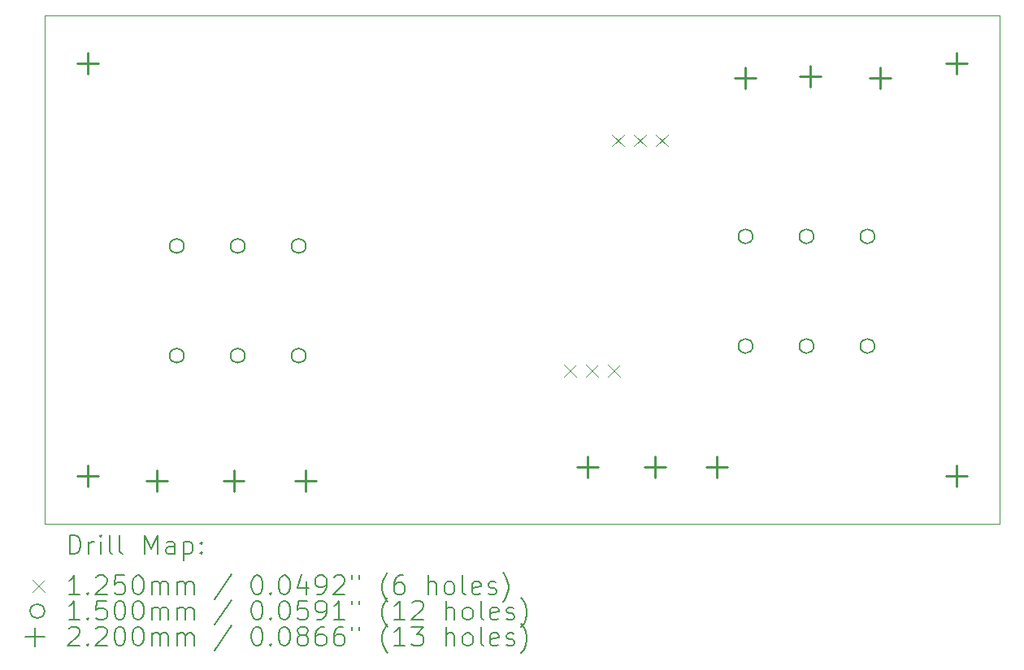
<source format=gbr>
%TF.GenerationSoftware,KiCad,Pcbnew,9.0.1*%
%TF.CreationDate,2025-05-12T16:28:47+02:00*%
%TF.ProjectId,Verst_rker,56657273-74e4-4726-9b65-722e6b696361,1*%
%TF.SameCoordinates,Original*%
%TF.FileFunction,Drillmap*%
%TF.FilePolarity,Positive*%
%FSLAX45Y45*%
G04 Gerber Fmt 4.5, Leading zero omitted, Abs format (unit mm)*
G04 Created by KiCad (PCBNEW 9.0.1) date 2025-05-12 16:28:47*
%MOMM*%
%LPD*%
G01*
G04 APERTURE LIST*
%ADD10C,0.050000*%
%ADD11C,0.200000*%
%ADD12C,0.125000*%
%ADD13C,0.150000*%
%ADD14C,0.220000*%
G04 APERTURE END LIST*
D10*
X3700000Y-5900000D02*
X13650000Y-5900000D01*
X13650000Y-11200000D01*
X3700000Y-11200000D01*
X3700000Y-5900000D01*
D11*
D12*
X9108500Y-9537000D02*
X9233500Y-9662000D01*
X9233500Y-9537000D02*
X9108500Y-9662000D01*
X9337500Y-9537000D02*
X9462500Y-9662000D01*
X9462500Y-9537000D02*
X9337500Y-9662000D01*
X9566500Y-9537000D02*
X9691500Y-9662000D01*
X9691500Y-9537000D02*
X9566500Y-9662000D01*
X9608500Y-7137500D02*
X9733500Y-7262500D01*
X9733500Y-7137500D02*
X9608500Y-7262500D01*
X9837500Y-7137500D02*
X9962500Y-7262500D01*
X9962500Y-7137500D02*
X9837500Y-7262500D01*
X10066500Y-7137500D02*
X10191500Y-7262500D01*
X10191500Y-7137500D02*
X10066500Y-7262500D01*
D13*
X5150000Y-8300000D02*
G75*
G02*
X5000000Y-8300000I-75000J0D01*
G01*
X5000000Y-8300000D02*
G75*
G02*
X5150000Y-8300000I75000J0D01*
G01*
X5150000Y-9443000D02*
G75*
G02*
X5000000Y-9443000I-75000J0D01*
G01*
X5000000Y-9443000D02*
G75*
G02*
X5150000Y-9443000I75000J0D01*
G01*
X5785000Y-8300000D02*
G75*
G02*
X5635000Y-8300000I-75000J0D01*
G01*
X5635000Y-8300000D02*
G75*
G02*
X5785000Y-8300000I75000J0D01*
G01*
X5785000Y-9443000D02*
G75*
G02*
X5635000Y-9443000I-75000J0D01*
G01*
X5635000Y-9443000D02*
G75*
G02*
X5785000Y-9443000I75000J0D01*
G01*
X6420000Y-8300000D02*
G75*
G02*
X6270000Y-8300000I-75000J0D01*
G01*
X6270000Y-8300000D02*
G75*
G02*
X6420000Y-8300000I75000J0D01*
G01*
X6420000Y-9443000D02*
G75*
G02*
X6270000Y-9443000I-75000J0D01*
G01*
X6270000Y-9443000D02*
G75*
G02*
X6420000Y-9443000I75000J0D01*
G01*
X11075000Y-8200000D02*
G75*
G02*
X10925000Y-8200000I-75000J0D01*
G01*
X10925000Y-8200000D02*
G75*
G02*
X11075000Y-8200000I75000J0D01*
G01*
X11075000Y-9343000D02*
G75*
G02*
X10925000Y-9343000I-75000J0D01*
G01*
X10925000Y-9343000D02*
G75*
G02*
X11075000Y-9343000I75000J0D01*
G01*
X11710000Y-8200000D02*
G75*
G02*
X11560000Y-8200000I-75000J0D01*
G01*
X11560000Y-8200000D02*
G75*
G02*
X11710000Y-8200000I75000J0D01*
G01*
X11710000Y-9343000D02*
G75*
G02*
X11560000Y-9343000I-75000J0D01*
G01*
X11560000Y-9343000D02*
G75*
G02*
X11710000Y-9343000I75000J0D01*
G01*
X12345000Y-8200000D02*
G75*
G02*
X12195000Y-8200000I-75000J0D01*
G01*
X12195000Y-8200000D02*
G75*
G02*
X12345000Y-8200000I75000J0D01*
G01*
X12345000Y-9343000D02*
G75*
G02*
X12195000Y-9343000I-75000J0D01*
G01*
X12195000Y-9343000D02*
G75*
G02*
X12345000Y-9343000I75000J0D01*
G01*
D14*
X4150000Y-6290000D02*
X4150000Y-6510000D01*
X4040000Y-6400000D02*
X4260000Y-6400000D01*
X4150000Y-10590000D02*
X4150000Y-10810000D01*
X4040000Y-10700000D02*
X4260000Y-10700000D01*
X4867500Y-10634893D02*
X4867500Y-10854893D01*
X4757500Y-10744893D02*
X4977500Y-10744893D01*
X5667500Y-10634893D02*
X5667500Y-10854893D01*
X5557500Y-10744893D02*
X5777500Y-10744893D01*
X6417500Y-10634893D02*
X6417500Y-10854893D01*
X6307500Y-10744893D02*
X6527500Y-10744893D01*
X9358000Y-10490000D02*
X9358000Y-10710000D01*
X9248000Y-10600000D02*
X9468000Y-10600000D01*
X10058000Y-10490000D02*
X10058000Y-10710000D01*
X9948000Y-10600000D02*
X10168000Y-10600000D01*
X10700000Y-10490000D02*
X10700000Y-10710000D01*
X10590000Y-10600000D02*
X10810000Y-10600000D01*
X11000000Y-6440000D02*
X11000000Y-6660000D01*
X10890000Y-6550000D02*
X11110000Y-6550000D01*
X11677500Y-6417500D02*
X11677500Y-6637500D01*
X11567500Y-6527500D02*
X11787500Y-6527500D01*
X12400000Y-6440000D02*
X12400000Y-6660000D01*
X12290000Y-6550000D02*
X12510000Y-6550000D01*
X13200000Y-6290000D02*
X13200000Y-6510000D01*
X13090000Y-6400000D02*
X13310000Y-6400000D01*
X13200000Y-10590000D02*
X13200000Y-10810000D01*
X13090000Y-10700000D02*
X13310000Y-10700000D01*
D11*
X3958277Y-11513984D02*
X3958277Y-11313984D01*
X3958277Y-11313984D02*
X4005896Y-11313984D01*
X4005896Y-11313984D02*
X4034467Y-11323508D01*
X4034467Y-11323508D02*
X4053515Y-11342555D01*
X4053515Y-11342555D02*
X4063039Y-11361603D01*
X4063039Y-11361603D02*
X4072562Y-11399698D01*
X4072562Y-11399698D02*
X4072562Y-11428269D01*
X4072562Y-11428269D02*
X4063039Y-11466365D01*
X4063039Y-11466365D02*
X4053515Y-11485412D01*
X4053515Y-11485412D02*
X4034467Y-11504460D01*
X4034467Y-11504460D02*
X4005896Y-11513984D01*
X4005896Y-11513984D02*
X3958277Y-11513984D01*
X4158277Y-11513984D02*
X4158277Y-11380650D01*
X4158277Y-11418746D02*
X4167801Y-11399698D01*
X4167801Y-11399698D02*
X4177324Y-11390174D01*
X4177324Y-11390174D02*
X4196372Y-11380650D01*
X4196372Y-11380650D02*
X4215420Y-11380650D01*
X4282086Y-11513984D02*
X4282086Y-11380650D01*
X4282086Y-11313984D02*
X4272563Y-11323508D01*
X4272563Y-11323508D02*
X4282086Y-11333031D01*
X4282086Y-11333031D02*
X4291610Y-11323508D01*
X4291610Y-11323508D02*
X4282086Y-11313984D01*
X4282086Y-11313984D02*
X4282086Y-11333031D01*
X4405896Y-11513984D02*
X4386848Y-11504460D01*
X4386848Y-11504460D02*
X4377324Y-11485412D01*
X4377324Y-11485412D02*
X4377324Y-11313984D01*
X4510658Y-11513984D02*
X4491610Y-11504460D01*
X4491610Y-11504460D02*
X4482086Y-11485412D01*
X4482086Y-11485412D02*
X4482086Y-11313984D01*
X4739229Y-11513984D02*
X4739229Y-11313984D01*
X4739229Y-11313984D02*
X4805896Y-11456841D01*
X4805896Y-11456841D02*
X4872563Y-11313984D01*
X4872563Y-11313984D02*
X4872563Y-11513984D01*
X5053515Y-11513984D02*
X5053515Y-11409222D01*
X5053515Y-11409222D02*
X5043991Y-11390174D01*
X5043991Y-11390174D02*
X5024944Y-11380650D01*
X5024944Y-11380650D02*
X4986848Y-11380650D01*
X4986848Y-11380650D02*
X4967801Y-11390174D01*
X5053515Y-11504460D02*
X5034467Y-11513984D01*
X5034467Y-11513984D02*
X4986848Y-11513984D01*
X4986848Y-11513984D02*
X4967801Y-11504460D01*
X4967801Y-11504460D02*
X4958277Y-11485412D01*
X4958277Y-11485412D02*
X4958277Y-11466365D01*
X4958277Y-11466365D02*
X4967801Y-11447317D01*
X4967801Y-11447317D02*
X4986848Y-11437793D01*
X4986848Y-11437793D02*
X5034467Y-11437793D01*
X5034467Y-11437793D02*
X5053515Y-11428269D01*
X5148753Y-11380650D02*
X5148753Y-11580650D01*
X5148753Y-11390174D02*
X5167801Y-11380650D01*
X5167801Y-11380650D02*
X5205896Y-11380650D01*
X5205896Y-11380650D02*
X5224944Y-11390174D01*
X5224944Y-11390174D02*
X5234467Y-11399698D01*
X5234467Y-11399698D02*
X5243991Y-11418746D01*
X5243991Y-11418746D02*
X5243991Y-11475888D01*
X5243991Y-11475888D02*
X5234467Y-11494936D01*
X5234467Y-11494936D02*
X5224944Y-11504460D01*
X5224944Y-11504460D02*
X5205896Y-11513984D01*
X5205896Y-11513984D02*
X5167801Y-11513984D01*
X5167801Y-11513984D02*
X5148753Y-11504460D01*
X5329705Y-11494936D02*
X5339229Y-11504460D01*
X5339229Y-11504460D02*
X5329705Y-11513984D01*
X5329705Y-11513984D02*
X5320182Y-11504460D01*
X5320182Y-11504460D02*
X5329705Y-11494936D01*
X5329705Y-11494936D02*
X5329705Y-11513984D01*
X5329705Y-11390174D02*
X5339229Y-11399698D01*
X5339229Y-11399698D02*
X5329705Y-11409222D01*
X5329705Y-11409222D02*
X5320182Y-11399698D01*
X5320182Y-11399698D02*
X5329705Y-11390174D01*
X5329705Y-11390174D02*
X5329705Y-11409222D01*
D12*
X3572500Y-11780000D02*
X3697500Y-11905000D01*
X3697500Y-11780000D02*
X3572500Y-11905000D01*
D11*
X4063039Y-11933984D02*
X3948753Y-11933984D01*
X4005896Y-11933984D02*
X4005896Y-11733984D01*
X4005896Y-11733984D02*
X3986848Y-11762555D01*
X3986848Y-11762555D02*
X3967801Y-11781603D01*
X3967801Y-11781603D02*
X3948753Y-11791127D01*
X4148753Y-11914936D02*
X4158277Y-11924460D01*
X4158277Y-11924460D02*
X4148753Y-11933984D01*
X4148753Y-11933984D02*
X4139229Y-11924460D01*
X4139229Y-11924460D02*
X4148753Y-11914936D01*
X4148753Y-11914936D02*
X4148753Y-11933984D01*
X4234467Y-11753031D02*
X4243991Y-11743508D01*
X4243991Y-11743508D02*
X4263039Y-11733984D01*
X4263039Y-11733984D02*
X4310658Y-11733984D01*
X4310658Y-11733984D02*
X4329705Y-11743508D01*
X4329705Y-11743508D02*
X4339229Y-11753031D01*
X4339229Y-11753031D02*
X4348753Y-11772079D01*
X4348753Y-11772079D02*
X4348753Y-11791127D01*
X4348753Y-11791127D02*
X4339229Y-11819698D01*
X4339229Y-11819698D02*
X4224944Y-11933984D01*
X4224944Y-11933984D02*
X4348753Y-11933984D01*
X4529705Y-11733984D02*
X4434467Y-11733984D01*
X4434467Y-11733984D02*
X4424944Y-11829222D01*
X4424944Y-11829222D02*
X4434467Y-11819698D01*
X4434467Y-11819698D02*
X4453515Y-11810174D01*
X4453515Y-11810174D02*
X4501134Y-11810174D01*
X4501134Y-11810174D02*
X4520182Y-11819698D01*
X4520182Y-11819698D02*
X4529705Y-11829222D01*
X4529705Y-11829222D02*
X4539229Y-11848269D01*
X4539229Y-11848269D02*
X4539229Y-11895888D01*
X4539229Y-11895888D02*
X4529705Y-11914936D01*
X4529705Y-11914936D02*
X4520182Y-11924460D01*
X4520182Y-11924460D02*
X4501134Y-11933984D01*
X4501134Y-11933984D02*
X4453515Y-11933984D01*
X4453515Y-11933984D02*
X4434467Y-11924460D01*
X4434467Y-11924460D02*
X4424944Y-11914936D01*
X4663039Y-11733984D02*
X4682086Y-11733984D01*
X4682086Y-11733984D02*
X4701134Y-11743508D01*
X4701134Y-11743508D02*
X4710658Y-11753031D01*
X4710658Y-11753031D02*
X4720182Y-11772079D01*
X4720182Y-11772079D02*
X4729705Y-11810174D01*
X4729705Y-11810174D02*
X4729705Y-11857793D01*
X4729705Y-11857793D02*
X4720182Y-11895888D01*
X4720182Y-11895888D02*
X4710658Y-11914936D01*
X4710658Y-11914936D02*
X4701134Y-11924460D01*
X4701134Y-11924460D02*
X4682086Y-11933984D01*
X4682086Y-11933984D02*
X4663039Y-11933984D01*
X4663039Y-11933984D02*
X4643991Y-11924460D01*
X4643991Y-11924460D02*
X4634467Y-11914936D01*
X4634467Y-11914936D02*
X4624944Y-11895888D01*
X4624944Y-11895888D02*
X4615420Y-11857793D01*
X4615420Y-11857793D02*
X4615420Y-11810174D01*
X4615420Y-11810174D02*
X4624944Y-11772079D01*
X4624944Y-11772079D02*
X4634467Y-11753031D01*
X4634467Y-11753031D02*
X4643991Y-11743508D01*
X4643991Y-11743508D02*
X4663039Y-11733984D01*
X4815420Y-11933984D02*
X4815420Y-11800650D01*
X4815420Y-11819698D02*
X4824944Y-11810174D01*
X4824944Y-11810174D02*
X4843991Y-11800650D01*
X4843991Y-11800650D02*
X4872563Y-11800650D01*
X4872563Y-11800650D02*
X4891610Y-11810174D01*
X4891610Y-11810174D02*
X4901134Y-11829222D01*
X4901134Y-11829222D02*
X4901134Y-11933984D01*
X4901134Y-11829222D02*
X4910658Y-11810174D01*
X4910658Y-11810174D02*
X4929705Y-11800650D01*
X4929705Y-11800650D02*
X4958277Y-11800650D01*
X4958277Y-11800650D02*
X4977325Y-11810174D01*
X4977325Y-11810174D02*
X4986848Y-11829222D01*
X4986848Y-11829222D02*
X4986848Y-11933984D01*
X5082086Y-11933984D02*
X5082086Y-11800650D01*
X5082086Y-11819698D02*
X5091610Y-11810174D01*
X5091610Y-11810174D02*
X5110658Y-11800650D01*
X5110658Y-11800650D02*
X5139229Y-11800650D01*
X5139229Y-11800650D02*
X5158277Y-11810174D01*
X5158277Y-11810174D02*
X5167801Y-11829222D01*
X5167801Y-11829222D02*
X5167801Y-11933984D01*
X5167801Y-11829222D02*
X5177325Y-11810174D01*
X5177325Y-11810174D02*
X5196372Y-11800650D01*
X5196372Y-11800650D02*
X5224944Y-11800650D01*
X5224944Y-11800650D02*
X5243991Y-11810174D01*
X5243991Y-11810174D02*
X5253515Y-11829222D01*
X5253515Y-11829222D02*
X5253515Y-11933984D01*
X5643991Y-11724460D02*
X5472563Y-11981603D01*
X5901134Y-11733984D02*
X5920182Y-11733984D01*
X5920182Y-11733984D02*
X5939229Y-11743508D01*
X5939229Y-11743508D02*
X5948753Y-11753031D01*
X5948753Y-11753031D02*
X5958277Y-11772079D01*
X5958277Y-11772079D02*
X5967801Y-11810174D01*
X5967801Y-11810174D02*
X5967801Y-11857793D01*
X5967801Y-11857793D02*
X5958277Y-11895888D01*
X5958277Y-11895888D02*
X5948753Y-11914936D01*
X5948753Y-11914936D02*
X5939229Y-11924460D01*
X5939229Y-11924460D02*
X5920182Y-11933984D01*
X5920182Y-11933984D02*
X5901134Y-11933984D01*
X5901134Y-11933984D02*
X5882086Y-11924460D01*
X5882086Y-11924460D02*
X5872563Y-11914936D01*
X5872563Y-11914936D02*
X5863039Y-11895888D01*
X5863039Y-11895888D02*
X5853515Y-11857793D01*
X5853515Y-11857793D02*
X5853515Y-11810174D01*
X5853515Y-11810174D02*
X5863039Y-11772079D01*
X5863039Y-11772079D02*
X5872563Y-11753031D01*
X5872563Y-11753031D02*
X5882086Y-11743508D01*
X5882086Y-11743508D02*
X5901134Y-11733984D01*
X6053515Y-11914936D02*
X6063039Y-11924460D01*
X6063039Y-11924460D02*
X6053515Y-11933984D01*
X6053515Y-11933984D02*
X6043991Y-11924460D01*
X6043991Y-11924460D02*
X6053515Y-11914936D01*
X6053515Y-11914936D02*
X6053515Y-11933984D01*
X6186848Y-11733984D02*
X6205896Y-11733984D01*
X6205896Y-11733984D02*
X6224944Y-11743508D01*
X6224944Y-11743508D02*
X6234467Y-11753031D01*
X6234467Y-11753031D02*
X6243991Y-11772079D01*
X6243991Y-11772079D02*
X6253515Y-11810174D01*
X6253515Y-11810174D02*
X6253515Y-11857793D01*
X6253515Y-11857793D02*
X6243991Y-11895888D01*
X6243991Y-11895888D02*
X6234467Y-11914936D01*
X6234467Y-11914936D02*
X6224944Y-11924460D01*
X6224944Y-11924460D02*
X6205896Y-11933984D01*
X6205896Y-11933984D02*
X6186848Y-11933984D01*
X6186848Y-11933984D02*
X6167801Y-11924460D01*
X6167801Y-11924460D02*
X6158277Y-11914936D01*
X6158277Y-11914936D02*
X6148753Y-11895888D01*
X6148753Y-11895888D02*
X6139229Y-11857793D01*
X6139229Y-11857793D02*
X6139229Y-11810174D01*
X6139229Y-11810174D02*
X6148753Y-11772079D01*
X6148753Y-11772079D02*
X6158277Y-11753031D01*
X6158277Y-11753031D02*
X6167801Y-11743508D01*
X6167801Y-11743508D02*
X6186848Y-11733984D01*
X6424944Y-11800650D02*
X6424944Y-11933984D01*
X6377325Y-11724460D02*
X6329706Y-11867317D01*
X6329706Y-11867317D02*
X6453515Y-11867317D01*
X6539229Y-11933984D02*
X6577325Y-11933984D01*
X6577325Y-11933984D02*
X6596372Y-11924460D01*
X6596372Y-11924460D02*
X6605896Y-11914936D01*
X6605896Y-11914936D02*
X6624944Y-11886365D01*
X6624944Y-11886365D02*
X6634467Y-11848269D01*
X6634467Y-11848269D02*
X6634467Y-11772079D01*
X6634467Y-11772079D02*
X6624944Y-11753031D01*
X6624944Y-11753031D02*
X6615420Y-11743508D01*
X6615420Y-11743508D02*
X6596372Y-11733984D01*
X6596372Y-11733984D02*
X6558277Y-11733984D01*
X6558277Y-11733984D02*
X6539229Y-11743508D01*
X6539229Y-11743508D02*
X6529706Y-11753031D01*
X6529706Y-11753031D02*
X6520182Y-11772079D01*
X6520182Y-11772079D02*
X6520182Y-11819698D01*
X6520182Y-11819698D02*
X6529706Y-11838746D01*
X6529706Y-11838746D02*
X6539229Y-11848269D01*
X6539229Y-11848269D02*
X6558277Y-11857793D01*
X6558277Y-11857793D02*
X6596372Y-11857793D01*
X6596372Y-11857793D02*
X6615420Y-11848269D01*
X6615420Y-11848269D02*
X6624944Y-11838746D01*
X6624944Y-11838746D02*
X6634467Y-11819698D01*
X6710658Y-11753031D02*
X6720182Y-11743508D01*
X6720182Y-11743508D02*
X6739229Y-11733984D01*
X6739229Y-11733984D02*
X6786848Y-11733984D01*
X6786848Y-11733984D02*
X6805896Y-11743508D01*
X6805896Y-11743508D02*
X6815420Y-11753031D01*
X6815420Y-11753031D02*
X6824944Y-11772079D01*
X6824944Y-11772079D02*
X6824944Y-11791127D01*
X6824944Y-11791127D02*
X6815420Y-11819698D01*
X6815420Y-11819698D02*
X6701134Y-11933984D01*
X6701134Y-11933984D02*
X6824944Y-11933984D01*
X6901134Y-11733984D02*
X6901134Y-11772079D01*
X6977325Y-11733984D02*
X6977325Y-11772079D01*
X7272563Y-12010174D02*
X7263039Y-12000650D01*
X7263039Y-12000650D02*
X7243991Y-11972079D01*
X7243991Y-11972079D02*
X7234468Y-11953031D01*
X7234468Y-11953031D02*
X7224944Y-11924460D01*
X7224944Y-11924460D02*
X7215420Y-11876841D01*
X7215420Y-11876841D02*
X7215420Y-11838746D01*
X7215420Y-11838746D02*
X7224944Y-11791127D01*
X7224944Y-11791127D02*
X7234468Y-11762555D01*
X7234468Y-11762555D02*
X7243991Y-11743508D01*
X7243991Y-11743508D02*
X7263039Y-11714936D01*
X7263039Y-11714936D02*
X7272563Y-11705412D01*
X7434468Y-11733984D02*
X7396372Y-11733984D01*
X7396372Y-11733984D02*
X7377325Y-11743508D01*
X7377325Y-11743508D02*
X7367801Y-11753031D01*
X7367801Y-11753031D02*
X7348753Y-11781603D01*
X7348753Y-11781603D02*
X7339229Y-11819698D01*
X7339229Y-11819698D02*
X7339229Y-11895888D01*
X7339229Y-11895888D02*
X7348753Y-11914936D01*
X7348753Y-11914936D02*
X7358277Y-11924460D01*
X7358277Y-11924460D02*
X7377325Y-11933984D01*
X7377325Y-11933984D02*
X7415420Y-11933984D01*
X7415420Y-11933984D02*
X7434468Y-11924460D01*
X7434468Y-11924460D02*
X7443991Y-11914936D01*
X7443991Y-11914936D02*
X7453515Y-11895888D01*
X7453515Y-11895888D02*
X7453515Y-11848269D01*
X7453515Y-11848269D02*
X7443991Y-11829222D01*
X7443991Y-11829222D02*
X7434468Y-11819698D01*
X7434468Y-11819698D02*
X7415420Y-11810174D01*
X7415420Y-11810174D02*
X7377325Y-11810174D01*
X7377325Y-11810174D02*
X7358277Y-11819698D01*
X7358277Y-11819698D02*
X7348753Y-11829222D01*
X7348753Y-11829222D02*
X7339229Y-11848269D01*
X7691610Y-11933984D02*
X7691610Y-11733984D01*
X7777325Y-11933984D02*
X7777325Y-11829222D01*
X7777325Y-11829222D02*
X7767801Y-11810174D01*
X7767801Y-11810174D02*
X7748753Y-11800650D01*
X7748753Y-11800650D02*
X7720182Y-11800650D01*
X7720182Y-11800650D02*
X7701134Y-11810174D01*
X7701134Y-11810174D02*
X7691610Y-11819698D01*
X7901134Y-11933984D02*
X7882087Y-11924460D01*
X7882087Y-11924460D02*
X7872563Y-11914936D01*
X7872563Y-11914936D02*
X7863039Y-11895888D01*
X7863039Y-11895888D02*
X7863039Y-11838746D01*
X7863039Y-11838746D02*
X7872563Y-11819698D01*
X7872563Y-11819698D02*
X7882087Y-11810174D01*
X7882087Y-11810174D02*
X7901134Y-11800650D01*
X7901134Y-11800650D02*
X7929706Y-11800650D01*
X7929706Y-11800650D02*
X7948753Y-11810174D01*
X7948753Y-11810174D02*
X7958277Y-11819698D01*
X7958277Y-11819698D02*
X7967801Y-11838746D01*
X7967801Y-11838746D02*
X7967801Y-11895888D01*
X7967801Y-11895888D02*
X7958277Y-11914936D01*
X7958277Y-11914936D02*
X7948753Y-11924460D01*
X7948753Y-11924460D02*
X7929706Y-11933984D01*
X7929706Y-11933984D02*
X7901134Y-11933984D01*
X8082087Y-11933984D02*
X8063039Y-11924460D01*
X8063039Y-11924460D02*
X8053515Y-11905412D01*
X8053515Y-11905412D02*
X8053515Y-11733984D01*
X8234468Y-11924460D02*
X8215420Y-11933984D01*
X8215420Y-11933984D02*
X8177325Y-11933984D01*
X8177325Y-11933984D02*
X8158277Y-11924460D01*
X8158277Y-11924460D02*
X8148753Y-11905412D01*
X8148753Y-11905412D02*
X8148753Y-11829222D01*
X8148753Y-11829222D02*
X8158277Y-11810174D01*
X8158277Y-11810174D02*
X8177325Y-11800650D01*
X8177325Y-11800650D02*
X8215420Y-11800650D01*
X8215420Y-11800650D02*
X8234468Y-11810174D01*
X8234468Y-11810174D02*
X8243991Y-11829222D01*
X8243991Y-11829222D02*
X8243991Y-11848269D01*
X8243991Y-11848269D02*
X8148753Y-11867317D01*
X8320182Y-11924460D02*
X8339230Y-11933984D01*
X8339230Y-11933984D02*
X8377325Y-11933984D01*
X8377325Y-11933984D02*
X8396373Y-11924460D01*
X8396373Y-11924460D02*
X8405896Y-11905412D01*
X8405896Y-11905412D02*
X8405896Y-11895888D01*
X8405896Y-11895888D02*
X8396373Y-11876841D01*
X8396373Y-11876841D02*
X8377325Y-11867317D01*
X8377325Y-11867317D02*
X8348753Y-11867317D01*
X8348753Y-11867317D02*
X8329706Y-11857793D01*
X8329706Y-11857793D02*
X8320182Y-11838746D01*
X8320182Y-11838746D02*
X8320182Y-11829222D01*
X8320182Y-11829222D02*
X8329706Y-11810174D01*
X8329706Y-11810174D02*
X8348753Y-11800650D01*
X8348753Y-11800650D02*
X8377325Y-11800650D01*
X8377325Y-11800650D02*
X8396373Y-11810174D01*
X8472563Y-12010174D02*
X8482087Y-12000650D01*
X8482087Y-12000650D02*
X8501134Y-11972079D01*
X8501134Y-11972079D02*
X8510658Y-11953031D01*
X8510658Y-11953031D02*
X8520182Y-11924460D01*
X8520182Y-11924460D02*
X8529706Y-11876841D01*
X8529706Y-11876841D02*
X8529706Y-11838746D01*
X8529706Y-11838746D02*
X8520182Y-11791127D01*
X8520182Y-11791127D02*
X8510658Y-11762555D01*
X8510658Y-11762555D02*
X8501134Y-11743508D01*
X8501134Y-11743508D02*
X8482087Y-11714936D01*
X8482087Y-11714936D02*
X8472563Y-11705412D01*
D13*
X3697500Y-12106500D02*
G75*
G02*
X3547500Y-12106500I-75000J0D01*
G01*
X3547500Y-12106500D02*
G75*
G02*
X3697500Y-12106500I75000J0D01*
G01*
D11*
X4063039Y-12197984D02*
X3948753Y-12197984D01*
X4005896Y-12197984D02*
X4005896Y-11997984D01*
X4005896Y-11997984D02*
X3986848Y-12026555D01*
X3986848Y-12026555D02*
X3967801Y-12045603D01*
X3967801Y-12045603D02*
X3948753Y-12055127D01*
X4148753Y-12178936D02*
X4158277Y-12188460D01*
X4158277Y-12188460D02*
X4148753Y-12197984D01*
X4148753Y-12197984D02*
X4139229Y-12188460D01*
X4139229Y-12188460D02*
X4148753Y-12178936D01*
X4148753Y-12178936D02*
X4148753Y-12197984D01*
X4339229Y-11997984D02*
X4243991Y-11997984D01*
X4243991Y-11997984D02*
X4234467Y-12093222D01*
X4234467Y-12093222D02*
X4243991Y-12083698D01*
X4243991Y-12083698D02*
X4263039Y-12074174D01*
X4263039Y-12074174D02*
X4310658Y-12074174D01*
X4310658Y-12074174D02*
X4329705Y-12083698D01*
X4329705Y-12083698D02*
X4339229Y-12093222D01*
X4339229Y-12093222D02*
X4348753Y-12112269D01*
X4348753Y-12112269D02*
X4348753Y-12159888D01*
X4348753Y-12159888D02*
X4339229Y-12178936D01*
X4339229Y-12178936D02*
X4329705Y-12188460D01*
X4329705Y-12188460D02*
X4310658Y-12197984D01*
X4310658Y-12197984D02*
X4263039Y-12197984D01*
X4263039Y-12197984D02*
X4243991Y-12188460D01*
X4243991Y-12188460D02*
X4234467Y-12178936D01*
X4472563Y-11997984D02*
X4491610Y-11997984D01*
X4491610Y-11997984D02*
X4510658Y-12007508D01*
X4510658Y-12007508D02*
X4520182Y-12017031D01*
X4520182Y-12017031D02*
X4529705Y-12036079D01*
X4529705Y-12036079D02*
X4539229Y-12074174D01*
X4539229Y-12074174D02*
X4539229Y-12121793D01*
X4539229Y-12121793D02*
X4529705Y-12159888D01*
X4529705Y-12159888D02*
X4520182Y-12178936D01*
X4520182Y-12178936D02*
X4510658Y-12188460D01*
X4510658Y-12188460D02*
X4491610Y-12197984D01*
X4491610Y-12197984D02*
X4472563Y-12197984D01*
X4472563Y-12197984D02*
X4453515Y-12188460D01*
X4453515Y-12188460D02*
X4443991Y-12178936D01*
X4443991Y-12178936D02*
X4434467Y-12159888D01*
X4434467Y-12159888D02*
X4424944Y-12121793D01*
X4424944Y-12121793D02*
X4424944Y-12074174D01*
X4424944Y-12074174D02*
X4434467Y-12036079D01*
X4434467Y-12036079D02*
X4443991Y-12017031D01*
X4443991Y-12017031D02*
X4453515Y-12007508D01*
X4453515Y-12007508D02*
X4472563Y-11997984D01*
X4663039Y-11997984D02*
X4682086Y-11997984D01*
X4682086Y-11997984D02*
X4701134Y-12007508D01*
X4701134Y-12007508D02*
X4710658Y-12017031D01*
X4710658Y-12017031D02*
X4720182Y-12036079D01*
X4720182Y-12036079D02*
X4729705Y-12074174D01*
X4729705Y-12074174D02*
X4729705Y-12121793D01*
X4729705Y-12121793D02*
X4720182Y-12159888D01*
X4720182Y-12159888D02*
X4710658Y-12178936D01*
X4710658Y-12178936D02*
X4701134Y-12188460D01*
X4701134Y-12188460D02*
X4682086Y-12197984D01*
X4682086Y-12197984D02*
X4663039Y-12197984D01*
X4663039Y-12197984D02*
X4643991Y-12188460D01*
X4643991Y-12188460D02*
X4634467Y-12178936D01*
X4634467Y-12178936D02*
X4624944Y-12159888D01*
X4624944Y-12159888D02*
X4615420Y-12121793D01*
X4615420Y-12121793D02*
X4615420Y-12074174D01*
X4615420Y-12074174D02*
X4624944Y-12036079D01*
X4624944Y-12036079D02*
X4634467Y-12017031D01*
X4634467Y-12017031D02*
X4643991Y-12007508D01*
X4643991Y-12007508D02*
X4663039Y-11997984D01*
X4815420Y-12197984D02*
X4815420Y-12064650D01*
X4815420Y-12083698D02*
X4824944Y-12074174D01*
X4824944Y-12074174D02*
X4843991Y-12064650D01*
X4843991Y-12064650D02*
X4872563Y-12064650D01*
X4872563Y-12064650D02*
X4891610Y-12074174D01*
X4891610Y-12074174D02*
X4901134Y-12093222D01*
X4901134Y-12093222D02*
X4901134Y-12197984D01*
X4901134Y-12093222D02*
X4910658Y-12074174D01*
X4910658Y-12074174D02*
X4929705Y-12064650D01*
X4929705Y-12064650D02*
X4958277Y-12064650D01*
X4958277Y-12064650D02*
X4977325Y-12074174D01*
X4977325Y-12074174D02*
X4986848Y-12093222D01*
X4986848Y-12093222D02*
X4986848Y-12197984D01*
X5082086Y-12197984D02*
X5082086Y-12064650D01*
X5082086Y-12083698D02*
X5091610Y-12074174D01*
X5091610Y-12074174D02*
X5110658Y-12064650D01*
X5110658Y-12064650D02*
X5139229Y-12064650D01*
X5139229Y-12064650D02*
X5158277Y-12074174D01*
X5158277Y-12074174D02*
X5167801Y-12093222D01*
X5167801Y-12093222D02*
X5167801Y-12197984D01*
X5167801Y-12093222D02*
X5177325Y-12074174D01*
X5177325Y-12074174D02*
X5196372Y-12064650D01*
X5196372Y-12064650D02*
X5224944Y-12064650D01*
X5224944Y-12064650D02*
X5243991Y-12074174D01*
X5243991Y-12074174D02*
X5253515Y-12093222D01*
X5253515Y-12093222D02*
X5253515Y-12197984D01*
X5643991Y-11988460D02*
X5472563Y-12245603D01*
X5901134Y-11997984D02*
X5920182Y-11997984D01*
X5920182Y-11997984D02*
X5939229Y-12007508D01*
X5939229Y-12007508D02*
X5948753Y-12017031D01*
X5948753Y-12017031D02*
X5958277Y-12036079D01*
X5958277Y-12036079D02*
X5967801Y-12074174D01*
X5967801Y-12074174D02*
X5967801Y-12121793D01*
X5967801Y-12121793D02*
X5958277Y-12159888D01*
X5958277Y-12159888D02*
X5948753Y-12178936D01*
X5948753Y-12178936D02*
X5939229Y-12188460D01*
X5939229Y-12188460D02*
X5920182Y-12197984D01*
X5920182Y-12197984D02*
X5901134Y-12197984D01*
X5901134Y-12197984D02*
X5882086Y-12188460D01*
X5882086Y-12188460D02*
X5872563Y-12178936D01*
X5872563Y-12178936D02*
X5863039Y-12159888D01*
X5863039Y-12159888D02*
X5853515Y-12121793D01*
X5853515Y-12121793D02*
X5853515Y-12074174D01*
X5853515Y-12074174D02*
X5863039Y-12036079D01*
X5863039Y-12036079D02*
X5872563Y-12017031D01*
X5872563Y-12017031D02*
X5882086Y-12007508D01*
X5882086Y-12007508D02*
X5901134Y-11997984D01*
X6053515Y-12178936D02*
X6063039Y-12188460D01*
X6063039Y-12188460D02*
X6053515Y-12197984D01*
X6053515Y-12197984D02*
X6043991Y-12188460D01*
X6043991Y-12188460D02*
X6053515Y-12178936D01*
X6053515Y-12178936D02*
X6053515Y-12197984D01*
X6186848Y-11997984D02*
X6205896Y-11997984D01*
X6205896Y-11997984D02*
X6224944Y-12007508D01*
X6224944Y-12007508D02*
X6234467Y-12017031D01*
X6234467Y-12017031D02*
X6243991Y-12036079D01*
X6243991Y-12036079D02*
X6253515Y-12074174D01*
X6253515Y-12074174D02*
X6253515Y-12121793D01*
X6253515Y-12121793D02*
X6243991Y-12159888D01*
X6243991Y-12159888D02*
X6234467Y-12178936D01*
X6234467Y-12178936D02*
X6224944Y-12188460D01*
X6224944Y-12188460D02*
X6205896Y-12197984D01*
X6205896Y-12197984D02*
X6186848Y-12197984D01*
X6186848Y-12197984D02*
X6167801Y-12188460D01*
X6167801Y-12188460D02*
X6158277Y-12178936D01*
X6158277Y-12178936D02*
X6148753Y-12159888D01*
X6148753Y-12159888D02*
X6139229Y-12121793D01*
X6139229Y-12121793D02*
X6139229Y-12074174D01*
X6139229Y-12074174D02*
X6148753Y-12036079D01*
X6148753Y-12036079D02*
X6158277Y-12017031D01*
X6158277Y-12017031D02*
X6167801Y-12007508D01*
X6167801Y-12007508D02*
X6186848Y-11997984D01*
X6434467Y-11997984D02*
X6339229Y-11997984D01*
X6339229Y-11997984D02*
X6329706Y-12093222D01*
X6329706Y-12093222D02*
X6339229Y-12083698D01*
X6339229Y-12083698D02*
X6358277Y-12074174D01*
X6358277Y-12074174D02*
X6405896Y-12074174D01*
X6405896Y-12074174D02*
X6424944Y-12083698D01*
X6424944Y-12083698D02*
X6434467Y-12093222D01*
X6434467Y-12093222D02*
X6443991Y-12112269D01*
X6443991Y-12112269D02*
X6443991Y-12159888D01*
X6443991Y-12159888D02*
X6434467Y-12178936D01*
X6434467Y-12178936D02*
X6424944Y-12188460D01*
X6424944Y-12188460D02*
X6405896Y-12197984D01*
X6405896Y-12197984D02*
X6358277Y-12197984D01*
X6358277Y-12197984D02*
X6339229Y-12188460D01*
X6339229Y-12188460D02*
X6329706Y-12178936D01*
X6539229Y-12197984D02*
X6577325Y-12197984D01*
X6577325Y-12197984D02*
X6596372Y-12188460D01*
X6596372Y-12188460D02*
X6605896Y-12178936D01*
X6605896Y-12178936D02*
X6624944Y-12150365D01*
X6624944Y-12150365D02*
X6634467Y-12112269D01*
X6634467Y-12112269D02*
X6634467Y-12036079D01*
X6634467Y-12036079D02*
X6624944Y-12017031D01*
X6624944Y-12017031D02*
X6615420Y-12007508D01*
X6615420Y-12007508D02*
X6596372Y-11997984D01*
X6596372Y-11997984D02*
X6558277Y-11997984D01*
X6558277Y-11997984D02*
X6539229Y-12007508D01*
X6539229Y-12007508D02*
X6529706Y-12017031D01*
X6529706Y-12017031D02*
X6520182Y-12036079D01*
X6520182Y-12036079D02*
X6520182Y-12083698D01*
X6520182Y-12083698D02*
X6529706Y-12102746D01*
X6529706Y-12102746D02*
X6539229Y-12112269D01*
X6539229Y-12112269D02*
X6558277Y-12121793D01*
X6558277Y-12121793D02*
X6596372Y-12121793D01*
X6596372Y-12121793D02*
X6615420Y-12112269D01*
X6615420Y-12112269D02*
X6624944Y-12102746D01*
X6624944Y-12102746D02*
X6634467Y-12083698D01*
X6824944Y-12197984D02*
X6710658Y-12197984D01*
X6767801Y-12197984D02*
X6767801Y-11997984D01*
X6767801Y-11997984D02*
X6748753Y-12026555D01*
X6748753Y-12026555D02*
X6729706Y-12045603D01*
X6729706Y-12045603D02*
X6710658Y-12055127D01*
X6901134Y-11997984D02*
X6901134Y-12036079D01*
X6977325Y-11997984D02*
X6977325Y-12036079D01*
X7272563Y-12274174D02*
X7263039Y-12264650D01*
X7263039Y-12264650D02*
X7243991Y-12236079D01*
X7243991Y-12236079D02*
X7234468Y-12217031D01*
X7234468Y-12217031D02*
X7224944Y-12188460D01*
X7224944Y-12188460D02*
X7215420Y-12140841D01*
X7215420Y-12140841D02*
X7215420Y-12102746D01*
X7215420Y-12102746D02*
X7224944Y-12055127D01*
X7224944Y-12055127D02*
X7234468Y-12026555D01*
X7234468Y-12026555D02*
X7243991Y-12007508D01*
X7243991Y-12007508D02*
X7263039Y-11978936D01*
X7263039Y-11978936D02*
X7272563Y-11969412D01*
X7453515Y-12197984D02*
X7339229Y-12197984D01*
X7396372Y-12197984D02*
X7396372Y-11997984D01*
X7396372Y-11997984D02*
X7377325Y-12026555D01*
X7377325Y-12026555D02*
X7358277Y-12045603D01*
X7358277Y-12045603D02*
X7339229Y-12055127D01*
X7529706Y-12017031D02*
X7539229Y-12007508D01*
X7539229Y-12007508D02*
X7558277Y-11997984D01*
X7558277Y-11997984D02*
X7605896Y-11997984D01*
X7605896Y-11997984D02*
X7624944Y-12007508D01*
X7624944Y-12007508D02*
X7634468Y-12017031D01*
X7634468Y-12017031D02*
X7643991Y-12036079D01*
X7643991Y-12036079D02*
X7643991Y-12055127D01*
X7643991Y-12055127D02*
X7634468Y-12083698D01*
X7634468Y-12083698D02*
X7520182Y-12197984D01*
X7520182Y-12197984D02*
X7643991Y-12197984D01*
X7882087Y-12197984D02*
X7882087Y-11997984D01*
X7967801Y-12197984D02*
X7967801Y-12093222D01*
X7967801Y-12093222D02*
X7958277Y-12074174D01*
X7958277Y-12074174D02*
X7939230Y-12064650D01*
X7939230Y-12064650D02*
X7910658Y-12064650D01*
X7910658Y-12064650D02*
X7891610Y-12074174D01*
X7891610Y-12074174D02*
X7882087Y-12083698D01*
X8091610Y-12197984D02*
X8072563Y-12188460D01*
X8072563Y-12188460D02*
X8063039Y-12178936D01*
X8063039Y-12178936D02*
X8053515Y-12159888D01*
X8053515Y-12159888D02*
X8053515Y-12102746D01*
X8053515Y-12102746D02*
X8063039Y-12083698D01*
X8063039Y-12083698D02*
X8072563Y-12074174D01*
X8072563Y-12074174D02*
X8091610Y-12064650D01*
X8091610Y-12064650D02*
X8120182Y-12064650D01*
X8120182Y-12064650D02*
X8139230Y-12074174D01*
X8139230Y-12074174D02*
X8148753Y-12083698D01*
X8148753Y-12083698D02*
X8158277Y-12102746D01*
X8158277Y-12102746D02*
X8158277Y-12159888D01*
X8158277Y-12159888D02*
X8148753Y-12178936D01*
X8148753Y-12178936D02*
X8139230Y-12188460D01*
X8139230Y-12188460D02*
X8120182Y-12197984D01*
X8120182Y-12197984D02*
X8091610Y-12197984D01*
X8272563Y-12197984D02*
X8253515Y-12188460D01*
X8253515Y-12188460D02*
X8243991Y-12169412D01*
X8243991Y-12169412D02*
X8243991Y-11997984D01*
X8424944Y-12188460D02*
X8405896Y-12197984D01*
X8405896Y-12197984D02*
X8367801Y-12197984D01*
X8367801Y-12197984D02*
X8348753Y-12188460D01*
X8348753Y-12188460D02*
X8339230Y-12169412D01*
X8339230Y-12169412D02*
X8339230Y-12093222D01*
X8339230Y-12093222D02*
X8348753Y-12074174D01*
X8348753Y-12074174D02*
X8367801Y-12064650D01*
X8367801Y-12064650D02*
X8405896Y-12064650D01*
X8405896Y-12064650D02*
X8424944Y-12074174D01*
X8424944Y-12074174D02*
X8434468Y-12093222D01*
X8434468Y-12093222D02*
X8434468Y-12112269D01*
X8434468Y-12112269D02*
X8339230Y-12131317D01*
X8510658Y-12188460D02*
X8529706Y-12197984D01*
X8529706Y-12197984D02*
X8567801Y-12197984D01*
X8567801Y-12197984D02*
X8586849Y-12188460D01*
X8586849Y-12188460D02*
X8596373Y-12169412D01*
X8596373Y-12169412D02*
X8596373Y-12159888D01*
X8596373Y-12159888D02*
X8586849Y-12140841D01*
X8586849Y-12140841D02*
X8567801Y-12131317D01*
X8567801Y-12131317D02*
X8539230Y-12131317D01*
X8539230Y-12131317D02*
X8520182Y-12121793D01*
X8520182Y-12121793D02*
X8510658Y-12102746D01*
X8510658Y-12102746D02*
X8510658Y-12093222D01*
X8510658Y-12093222D02*
X8520182Y-12074174D01*
X8520182Y-12074174D02*
X8539230Y-12064650D01*
X8539230Y-12064650D02*
X8567801Y-12064650D01*
X8567801Y-12064650D02*
X8586849Y-12074174D01*
X8663039Y-12274174D02*
X8672563Y-12264650D01*
X8672563Y-12264650D02*
X8691611Y-12236079D01*
X8691611Y-12236079D02*
X8701134Y-12217031D01*
X8701134Y-12217031D02*
X8710658Y-12188460D01*
X8710658Y-12188460D02*
X8720182Y-12140841D01*
X8720182Y-12140841D02*
X8720182Y-12102746D01*
X8720182Y-12102746D02*
X8710658Y-12055127D01*
X8710658Y-12055127D02*
X8701134Y-12026555D01*
X8701134Y-12026555D02*
X8691611Y-12007508D01*
X8691611Y-12007508D02*
X8672563Y-11978936D01*
X8672563Y-11978936D02*
X8663039Y-11969412D01*
X3597500Y-12276500D02*
X3597500Y-12476500D01*
X3497500Y-12376500D02*
X3697500Y-12376500D01*
X3948753Y-12287031D02*
X3958277Y-12277508D01*
X3958277Y-12277508D02*
X3977324Y-12267984D01*
X3977324Y-12267984D02*
X4024943Y-12267984D01*
X4024943Y-12267984D02*
X4043991Y-12277508D01*
X4043991Y-12277508D02*
X4053515Y-12287031D01*
X4053515Y-12287031D02*
X4063039Y-12306079D01*
X4063039Y-12306079D02*
X4063039Y-12325127D01*
X4063039Y-12325127D02*
X4053515Y-12353698D01*
X4053515Y-12353698D02*
X3939229Y-12467984D01*
X3939229Y-12467984D02*
X4063039Y-12467984D01*
X4148753Y-12448936D02*
X4158277Y-12458460D01*
X4158277Y-12458460D02*
X4148753Y-12467984D01*
X4148753Y-12467984D02*
X4139229Y-12458460D01*
X4139229Y-12458460D02*
X4148753Y-12448936D01*
X4148753Y-12448936D02*
X4148753Y-12467984D01*
X4234467Y-12287031D02*
X4243991Y-12277508D01*
X4243991Y-12277508D02*
X4263039Y-12267984D01*
X4263039Y-12267984D02*
X4310658Y-12267984D01*
X4310658Y-12267984D02*
X4329705Y-12277508D01*
X4329705Y-12277508D02*
X4339229Y-12287031D01*
X4339229Y-12287031D02*
X4348753Y-12306079D01*
X4348753Y-12306079D02*
X4348753Y-12325127D01*
X4348753Y-12325127D02*
X4339229Y-12353698D01*
X4339229Y-12353698D02*
X4224944Y-12467984D01*
X4224944Y-12467984D02*
X4348753Y-12467984D01*
X4472563Y-12267984D02*
X4491610Y-12267984D01*
X4491610Y-12267984D02*
X4510658Y-12277508D01*
X4510658Y-12277508D02*
X4520182Y-12287031D01*
X4520182Y-12287031D02*
X4529705Y-12306079D01*
X4529705Y-12306079D02*
X4539229Y-12344174D01*
X4539229Y-12344174D02*
X4539229Y-12391793D01*
X4539229Y-12391793D02*
X4529705Y-12429888D01*
X4529705Y-12429888D02*
X4520182Y-12448936D01*
X4520182Y-12448936D02*
X4510658Y-12458460D01*
X4510658Y-12458460D02*
X4491610Y-12467984D01*
X4491610Y-12467984D02*
X4472563Y-12467984D01*
X4472563Y-12467984D02*
X4453515Y-12458460D01*
X4453515Y-12458460D02*
X4443991Y-12448936D01*
X4443991Y-12448936D02*
X4434467Y-12429888D01*
X4434467Y-12429888D02*
X4424944Y-12391793D01*
X4424944Y-12391793D02*
X4424944Y-12344174D01*
X4424944Y-12344174D02*
X4434467Y-12306079D01*
X4434467Y-12306079D02*
X4443991Y-12287031D01*
X4443991Y-12287031D02*
X4453515Y-12277508D01*
X4453515Y-12277508D02*
X4472563Y-12267984D01*
X4663039Y-12267984D02*
X4682086Y-12267984D01*
X4682086Y-12267984D02*
X4701134Y-12277508D01*
X4701134Y-12277508D02*
X4710658Y-12287031D01*
X4710658Y-12287031D02*
X4720182Y-12306079D01*
X4720182Y-12306079D02*
X4729705Y-12344174D01*
X4729705Y-12344174D02*
X4729705Y-12391793D01*
X4729705Y-12391793D02*
X4720182Y-12429888D01*
X4720182Y-12429888D02*
X4710658Y-12448936D01*
X4710658Y-12448936D02*
X4701134Y-12458460D01*
X4701134Y-12458460D02*
X4682086Y-12467984D01*
X4682086Y-12467984D02*
X4663039Y-12467984D01*
X4663039Y-12467984D02*
X4643991Y-12458460D01*
X4643991Y-12458460D02*
X4634467Y-12448936D01*
X4634467Y-12448936D02*
X4624944Y-12429888D01*
X4624944Y-12429888D02*
X4615420Y-12391793D01*
X4615420Y-12391793D02*
X4615420Y-12344174D01*
X4615420Y-12344174D02*
X4624944Y-12306079D01*
X4624944Y-12306079D02*
X4634467Y-12287031D01*
X4634467Y-12287031D02*
X4643991Y-12277508D01*
X4643991Y-12277508D02*
X4663039Y-12267984D01*
X4815420Y-12467984D02*
X4815420Y-12334650D01*
X4815420Y-12353698D02*
X4824944Y-12344174D01*
X4824944Y-12344174D02*
X4843991Y-12334650D01*
X4843991Y-12334650D02*
X4872563Y-12334650D01*
X4872563Y-12334650D02*
X4891610Y-12344174D01*
X4891610Y-12344174D02*
X4901134Y-12363222D01*
X4901134Y-12363222D02*
X4901134Y-12467984D01*
X4901134Y-12363222D02*
X4910658Y-12344174D01*
X4910658Y-12344174D02*
X4929705Y-12334650D01*
X4929705Y-12334650D02*
X4958277Y-12334650D01*
X4958277Y-12334650D02*
X4977325Y-12344174D01*
X4977325Y-12344174D02*
X4986848Y-12363222D01*
X4986848Y-12363222D02*
X4986848Y-12467984D01*
X5082086Y-12467984D02*
X5082086Y-12334650D01*
X5082086Y-12353698D02*
X5091610Y-12344174D01*
X5091610Y-12344174D02*
X5110658Y-12334650D01*
X5110658Y-12334650D02*
X5139229Y-12334650D01*
X5139229Y-12334650D02*
X5158277Y-12344174D01*
X5158277Y-12344174D02*
X5167801Y-12363222D01*
X5167801Y-12363222D02*
X5167801Y-12467984D01*
X5167801Y-12363222D02*
X5177325Y-12344174D01*
X5177325Y-12344174D02*
X5196372Y-12334650D01*
X5196372Y-12334650D02*
X5224944Y-12334650D01*
X5224944Y-12334650D02*
X5243991Y-12344174D01*
X5243991Y-12344174D02*
X5253515Y-12363222D01*
X5253515Y-12363222D02*
X5253515Y-12467984D01*
X5643991Y-12258460D02*
X5472563Y-12515603D01*
X5901134Y-12267984D02*
X5920182Y-12267984D01*
X5920182Y-12267984D02*
X5939229Y-12277508D01*
X5939229Y-12277508D02*
X5948753Y-12287031D01*
X5948753Y-12287031D02*
X5958277Y-12306079D01*
X5958277Y-12306079D02*
X5967801Y-12344174D01*
X5967801Y-12344174D02*
X5967801Y-12391793D01*
X5967801Y-12391793D02*
X5958277Y-12429888D01*
X5958277Y-12429888D02*
X5948753Y-12448936D01*
X5948753Y-12448936D02*
X5939229Y-12458460D01*
X5939229Y-12458460D02*
X5920182Y-12467984D01*
X5920182Y-12467984D02*
X5901134Y-12467984D01*
X5901134Y-12467984D02*
X5882086Y-12458460D01*
X5882086Y-12458460D02*
X5872563Y-12448936D01*
X5872563Y-12448936D02*
X5863039Y-12429888D01*
X5863039Y-12429888D02*
X5853515Y-12391793D01*
X5853515Y-12391793D02*
X5853515Y-12344174D01*
X5853515Y-12344174D02*
X5863039Y-12306079D01*
X5863039Y-12306079D02*
X5872563Y-12287031D01*
X5872563Y-12287031D02*
X5882086Y-12277508D01*
X5882086Y-12277508D02*
X5901134Y-12267984D01*
X6053515Y-12448936D02*
X6063039Y-12458460D01*
X6063039Y-12458460D02*
X6053515Y-12467984D01*
X6053515Y-12467984D02*
X6043991Y-12458460D01*
X6043991Y-12458460D02*
X6053515Y-12448936D01*
X6053515Y-12448936D02*
X6053515Y-12467984D01*
X6186848Y-12267984D02*
X6205896Y-12267984D01*
X6205896Y-12267984D02*
X6224944Y-12277508D01*
X6224944Y-12277508D02*
X6234467Y-12287031D01*
X6234467Y-12287031D02*
X6243991Y-12306079D01*
X6243991Y-12306079D02*
X6253515Y-12344174D01*
X6253515Y-12344174D02*
X6253515Y-12391793D01*
X6253515Y-12391793D02*
X6243991Y-12429888D01*
X6243991Y-12429888D02*
X6234467Y-12448936D01*
X6234467Y-12448936D02*
X6224944Y-12458460D01*
X6224944Y-12458460D02*
X6205896Y-12467984D01*
X6205896Y-12467984D02*
X6186848Y-12467984D01*
X6186848Y-12467984D02*
X6167801Y-12458460D01*
X6167801Y-12458460D02*
X6158277Y-12448936D01*
X6158277Y-12448936D02*
X6148753Y-12429888D01*
X6148753Y-12429888D02*
X6139229Y-12391793D01*
X6139229Y-12391793D02*
X6139229Y-12344174D01*
X6139229Y-12344174D02*
X6148753Y-12306079D01*
X6148753Y-12306079D02*
X6158277Y-12287031D01*
X6158277Y-12287031D02*
X6167801Y-12277508D01*
X6167801Y-12277508D02*
X6186848Y-12267984D01*
X6367801Y-12353698D02*
X6348753Y-12344174D01*
X6348753Y-12344174D02*
X6339229Y-12334650D01*
X6339229Y-12334650D02*
X6329706Y-12315603D01*
X6329706Y-12315603D02*
X6329706Y-12306079D01*
X6329706Y-12306079D02*
X6339229Y-12287031D01*
X6339229Y-12287031D02*
X6348753Y-12277508D01*
X6348753Y-12277508D02*
X6367801Y-12267984D01*
X6367801Y-12267984D02*
X6405896Y-12267984D01*
X6405896Y-12267984D02*
X6424944Y-12277508D01*
X6424944Y-12277508D02*
X6434467Y-12287031D01*
X6434467Y-12287031D02*
X6443991Y-12306079D01*
X6443991Y-12306079D02*
X6443991Y-12315603D01*
X6443991Y-12315603D02*
X6434467Y-12334650D01*
X6434467Y-12334650D02*
X6424944Y-12344174D01*
X6424944Y-12344174D02*
X6405896Y-12353698D01*
X6405896Y-12353698D02*
X6367801Y-12353698D01*
X6367801Y-12353698D02*
X6348753Y-12363222D01*
X6348753Y-12363222D02*
X6339229Y-12372746D01*
X6339229Y-12372746D02*
X6329706Y-12391793D01*
X6329706Y-12391793D02*
X6329706Y-12429888D01*
X6329706Y-12429888D02*
X6339229Y-12448936D01*
X6339229Y-12448936D02*
X6348753Y-12458460D01*
X6348753Y-12458460D02*
X6367801Y-12467984D01*
X6367801Y-12467984D02*
X6405896Y-12467984D01*
X6405896Y-12467984D02*
X6424944Y-12458460D01*
X6424944Y-12458460D02*
X6434467Y-12448936D01*
X6434467Y-12448936D02*
X6443991Y-12429888D01*
X6443991Y-12429888D02*
X6443991Y-12391793D01*
X6443991Y-12391793D02*
X6434467Y-12372746D01*
X6434467Y-12372746D02*
X6424944Y-12363222D01*
X6424944Y-12363222D02*
X6405896Y-12353698D01*
X6615420Y-12267984D02*
X6577325Y-12267984D01*
X6577325Y-12267984D02*
X6558277Y-12277508D01*
X6558277Y-12277508D02*
X6548753Y-12287031D01*
X6548753Y-12287031D02*
X6529706Y-12315603D01*
X6529706Y-12315603D02*
X6520182Y-12353698D01*
X6520182Y-12353698D02*
X6520182Y-12429888D01*
X6520182Y-12429888D02*
X6529706Y-12448936D01*
X6529706Y-12448936D02*
X6539229Y-12458460D01*
X6539229Y-12458460D02*
X6558277Y-12467984D01*
X6558277Y-12467984D02*
X6596372Y-12467984D01*
X6596372Y-12467984D02*
X6615420Y-12458460D01*
X6615420Y-12458460D02*
X6624944Y-12448936D01*
X6624944Y-12448936D02*
X6634467Y-12429888D01*
X6634467Y-12429888D02*
X6634467Y-12382269D01*
X6634467Y-12382269D02*
X6624944Y-12363222D01*
X6624944Y-12363222D02*
X6615420Y-12353698D01*
X6615420Y-12353698D02*
X6596372Y-12344174D01*
X6596372Y-12344174D02*
X6558277Y-12344174D01*
X6558277Y-12344174D02*
X6539229Y-12353698D01*
X6539229Y-12353698D02*
X6529706Y-12363222D01*
X6529706Y-12363222D02*
X6520182Y-12382269D01*
X6805896Y-12267984D02*
X6767801Y-12267984D01*
X6767801Y-12267984D02*
X6748753Y-12277508D01*
X6748753Y-12277508D02*
X6739229Y-12287031D01*
X6739229Y-12287031D02*
X6720182Y-12315603D01*
X6720182Y-12315603D02*
X6710658Y-12353698D01*
X6710658Y-12353698D02*
X6710658Y-12429888D01*
X6710658Y-12429888D02*
X6720182Y-12448936D01*
X6720182Y-12448936D02*
X6729706Y-12458460D01*
X6729706Y-12458460D02*
X6748753Y-12467984D01*
X6748753Y-12467984D02*
X6786848Y-12467984D01*
X6786848Y-12467984D02*
X6805896Y-12458460D01*
X6805896Y-12458460D02*
X6815420Y-12448936D01*
X6815420Y-12448936D02*
X6824944Y-12429888D01*
X6824944Y-12429888D02*
X6824944Y-12382269D01*
X6824944Y-12382269D02*
X6815420Y-12363222D01*
X6815420Y-12363222D02*
X6805896Y-12353698D01*
X6805896Y-12353698D02*
X6786848Y-12344174D01*
X6786848Y-12344174D02*
X6748753Y-12344174D01*
X6748753Y-12344174D02*
X6729706Y-12353698D01*
X6729706Y-12353698D02*
X6720182Y-12363222D01*
X6720182Y-12363222D02*
X6710658Y-12382269D01*
X6901134Y-12267984D02*
X6901134Y-12306079D01*
X6977325Y-12267984D02*
X6977325Y-12306079D01*
X7272563Y-12544174D02*
X7263039Y-12534650D01*
X7263039Y-12534650D02*
X7243991Y-12506079D01*
X7243991Y-12506079D02*
X7234468Y-12487031D01*
X7234468Y-12487031D02*
X7224944Y-12458460D01*
X7224944Y-12458460D02*
X7215420Y-12410841D01*
X7215420Y-12410841D02*
X7215420Y-12372746D01*
X7215420Y-12372746D02*
X7224944Y-12325127D01*
X7224944Y-12325127D02*
X7234468Y-12296555D01*
X7234468Y-12296555D02*
X7243991Y-12277508D01*
X7243991Y-12277508D02*
X7263039Y-12248936D01*
X7263039Y-12248936D02*
X7272563Y-12239412D01*
X7453515Y-12467984D02*
X7339229Y-12467984D01*
X7396372Y-12467984D02*
X7396372Y-12267984D01*
X7396372Y-12267984D02*
X7377325Y-12296555D01*
X7377325Y-12296555D02*
X7358277Y-12315603D01*
X7358277Y-12315603D02*
X7339229Y-12325127D01*
X7520182Y-12267984D02*
X7643991Y-12267984D01*
X7643991Y-12267984D02*
X7577325Y-12344174D01*
X7577325Y-12344174D02*
X7605896Y-12344174D01*
X7605896Y-12344174D02*
X7624944Y-12353698D01*
X7624944Y-12353698D02*
X7634468Y-12363222D01*
X7634468Y-12363222D02*
X7643991Y-12382269D01*
X7643991Y-12382269D02*
X7643991Y-12429888D01*
X7643991Y-12429888D02*
X7634468Y-12448936D01*
X7634468Y-12448936D02*
X7624944Y-12458460D01*
X7624944Y-12458460D02*
X7605896Y-12467984D01*
X7605896Y-12467984D02*
X7548753Y-12467984D01*
X7548753Y-12467984D02*
X7529706Y-12458460D01*
X7529706Y-12458460D02*
X7520182Y-12448936D01*
X7882087Y-12467984D02*
X7882087Y-12267984D01*
X7967801Y-12467984D02*
X7967801Y-12363222D01*
X7967801Y-12363222D02*
X7958277Y-12344174D01*
X7958277Y-12344174D02*
X7939230Y-12334650D01*
X7939230Y-12334650D02*
X7910658Y-12334650D01*
X7910658Y-12334650D02*
X7891610Y-12344174D01*
X7891610Y-12344174D02*
X7882087Y-12353698D01*
X8091610Y-12467984D02*
X8072563Y-12458460D01*
X8072563Y-12458460D02*
X8063039Y-12448936D01*
X8063039Y-12448936D02*
X8053515Y-12429888D01*
X8053515Y-12429888D02*
X8053515Y-12372746D01*
X8053515Y-12372746D02*
X8063039Y-12353698D01*
X8063039Y-12353698D02*
X8072563Y-12344174D01*
X8072563Y-12344174D02*
X8091610Y-12334650D01*
X8091610Y-12334650D02*
X8120182Y-12334650D01*
X8120182Y-12334650D02*
X8139230Y-12344174D01*
X8139230Y-12344174D02*
X8148753Y-12353698D01*
X8148753Y-12353698D02*
X8158277Y-12372746D01*
X8158277Y-12372746D02*
X8158277Y-12429888D01*
X8158277Y-12429888D02*
X8148753Y-12448936D01*
X8148753Y-12448936D02*
X8139230Y-12458460D01*
X8139230Y-12458460D02*
X8120182Y-12467984D01*
X8120182Y-12467984D02*
X8091610Y-12467984D01*
X8272563Y-12467984D02*
X8253515Y-12458460D01*
X8253515Y-12458460D02*
X8243991Y-12439412D01*
X8243991Y-12439412D02*
X8243991Y-12267984D01*
X8424944Y-12458460D02*
X8405896Y-12467984D01*
X8405896Y-12467984D02*
X8367801Y-12467984D01*
X8367801Y-12467984D02*
X8348753Y-12458460D01*
X8348753Y-12458460D02*
X8339230Y-12439412D01*
X8339230Y-12439412D02*
X8339230Y-12363222D01*
X8339230Y-12363222D02*
X8348753Y-12344174D01*
X8348753Y-12344174D02*
X8367801Y-12334650D01*
X8367801Y-12334650D02*
X8405896Y-12334650D01*
X8405896Y-12334650D02*
X8424944Y-12344174D01*
X8424944Y-12344174D02*
X8434468Y-12363222D01*
X8434468Y-12363222D02*
X8434468Y-12382269D01*
X8434468Y-12382269D02*
X8339230Y-12401317D01*
X8510658Y-12458460D02*
X8529706Y-12467984D01*
X8529706Y-12467984D02*
X8567801Y-12467984D01*
X8567801Y-12467984D02*
X8586849Y-12458460D01*
X8586849Y-12458460D02*
X8596373Y-12439412D01*
X8596373Y-12439412D02*
X8596373Y-12429888D01*
X8596373Y-12429888D02*
X8586849Y-12410841D01*
X8586849Y-12410841D02*
X8567801Y-12401317D01*
X8567801Y-12401317D02*
X8539230Y-12401317D01*
X8539230Y-12401317D02*
X8520182Y-12391793D01*
X8520182Y-12391793D02*
X8510658Y-12372746D01*
X8510658Y-12372746D02*
X8510658Y-12363222D01*
X8510658Y-12363222D02*
X8520182Y-12344174D01*
X8520182Y-12344174D02*
X8539230Y-12334650D01*
X8539230Y-12334650D02*
X8567801Y-12334650D01*
X8567801Y-12334650D02*
X8586849Y-12344174D01*
X8663039Y-12544174D02*
X8672563Y-12534650D01*
X8672563Y-12534650D02*
X8691611Y-12506079D01*
X8691611Y-12506079D02*
X8701134Y-12487031D01*
X8701134Y-12487031D02*
X8710658Y-12458460D01*
X8710658Y-12458460D02*
X8720182Y-12410841D01*
X8720182Y-12410841D02*
X8720182Y-12372746D01*
X8720182Y-12372746D02*
X8710658Y-12325127D01*
X8710658Y-12325127D02*
X8701134Y-12296555D01*
X8701134Y-12296555D02*
X8691611Y-12277508D01*
X8691611Y-12277508D02*
X8672563Y-12248936D01*
X8672563Y-12248936D02*
X8663039Y-12239412D01*
M02*

</source>
